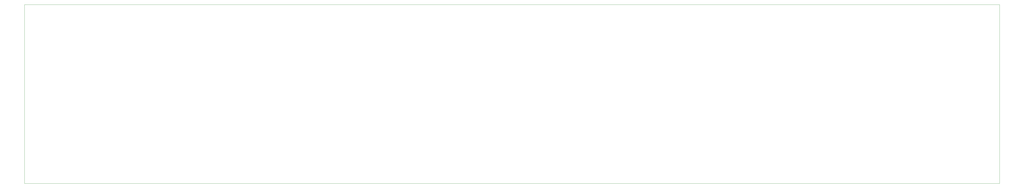
<source format=gbr>
%TF.GenerationSoftware,KiCad,Pcbnew,5.99.0+really5.1.10+dfsg1-1*%
%TF.CreationDate,2021-12-05T23:32:40+01:00*%
%TF.ProjectId,Backplane,4261636b-706c-4616-9e65-2e6b69636164,rev?*%
%TF.SameCoordinates,Original*%
%TF.FileFunction,Profile,NP*%
%FSLAX46Y46*%
G04 Gerber Fmt 4.6, Leading zero omitted, Abs format (unit mm)*
G04 Created by KiCad (PCBNEW 5.99.0+really5.1.10+dfsg1-1) date 2021-12-05 23:32:40*
%MOMM*%
%LPD*%
G01*
G04 APERTURE LIST*
%TA.AperFunction,Profile*%
%ADD10C,0.050000*%
%TD*%
G04 APERTURE END LIST*
D10*
X40000000Y-126000000D02*
X40000000Y-50000000D01*
X452000000Y-126000000D02*
X40000000Y-126000000D01*
X452000000Y-50000000D02*
X452000000Y-126000000D01*
X40000000Y-50000000D02*
X452000000Y-50000000D01*
M02*

</source>
